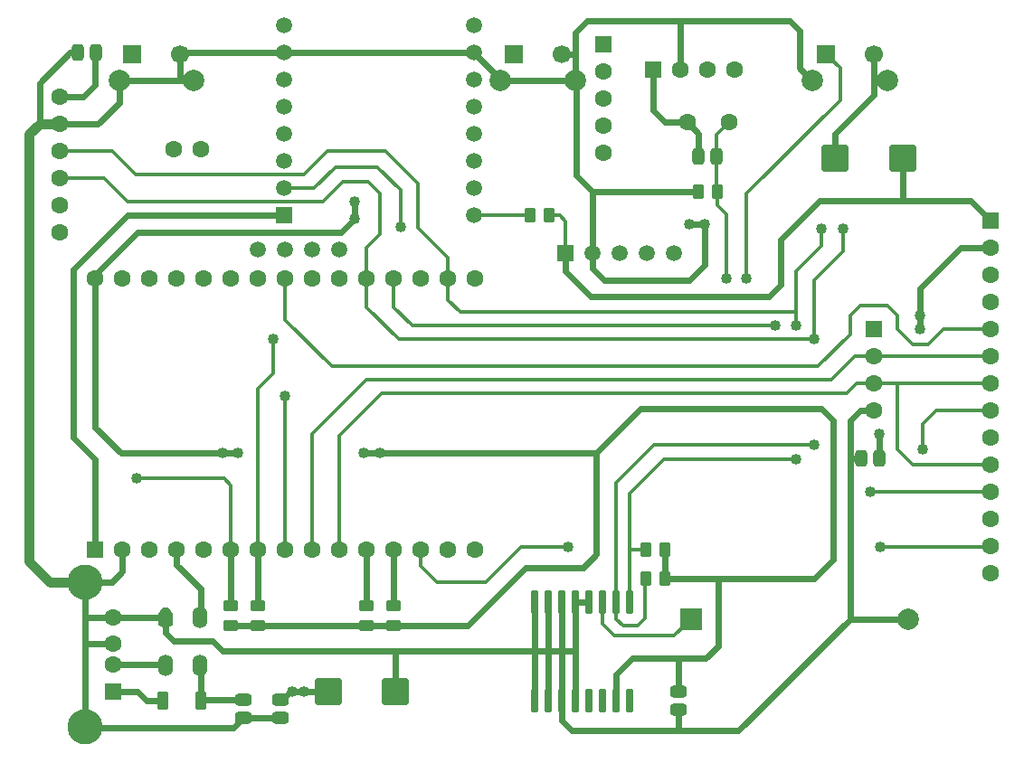
<source format=gbr>
G04 DipTrace 4.2.0.0*
G04 2 - Bottom.gbr*
%MOMM*%
G04 #@! TF.FileFunction,Copper,L2,Bot*
G04 #@! TF.Part,Single*
%AMOUTLINE0*
4,1,28,
-0.305,0.735,
0.305,0.735,
0.3697,0.72648,
0.43,0.70151,
0.48178,0.66178,
0.52151,0.61,
0.54648,0.5497,
0.555,0.485,
0.555,-0.485,
0.54648,-0.5497,
0.52151,-0.61,
0.48178,-0.66178,
0.43,-0.70151,
0.3697,-0.72648,
0.305,-0.735,
-0.305,-0.735,
-0.3697,-0.72648,
-0.43,-0.70151,
-0.48178,-0.66178,
-0.52151,-0.61,
-0.54648,-0.5497,
-0.555,-0.485,
-0.555,0.485,
-0.54648,0.5497,
-0.52151,0.61,
-0.48178,0.66178,
-0.43,0.70151,
-0.3697,0.72648,
-0.305,0.735,
0*%
%AMOUTLINE3*
4,1,28,
0.305,-0.735,
-0.305,-0.735,
-0.3697,-0.72648,
-0.43,-0.70151,
-0.48178,-0.66178,
-0.52151,-0.61,
-0.54648,-0.5497,
-0.555,-0.485,
-0.555,0.485,
-0.54648,0.5497,
-0.52151,0.61,
-0.48178,0.66178,
-0.43,0.70151,
-0.3697,0.72648,
-0.305,0.735,
0.305,0.735,
0.3697,0.72648,
0.43,0.70151,
0.48178,0.66178,
0.52151,0.61,
0.54648,0.5497,
0.555,0.485,
0.555,-0.485,
0.54648,-0.5497,
0.52151,-0.61,
0.48178,-0.66178,
0.43,-0.70151,
0.3697,-0.72648,
0.305,-0.735,
0*%
%AMOUTLINE6*
4,1,28,
0.735,0.305,
0.735,-0.305,
0.72648,-0.3697,
0.70151,-0.43,
0.66178,-0.48178,
0.61,-0.52151,
0.5497,-0.54648,
0.485,-0.555,
-0.485,-0.555,
-0.5497,-0.54648,
-0.61,-0.52151,
-0.66178,-0.48178,
-0.70151,-0.43,
-0.72648,-0.3697,
-0.735,-0.305,
-0.735,0.305,
-0.72648,0.3697,
-0.70151,0.43,
-0.66178,0.48178,
-0.61,0.52151,
-0.5497,0.54648,
-0.485,0.555,
0.485,0.555,
0.5497,0.54648,
0.61,0.52151,
0.66178,0.48178,
0.70151,0.43,
0.72648,0.3697,
0.735,0.305,
0*%
%AMOUTLINE9*
4,1,28,
-0.735,-0.305,
-0.735,0.305,
-0.72648,0.3697,
-0.70151,0.43,
-0.66178,0.48178,
-0.61,0.52151,
-0.5497,0.54648,
-0.485,0.555,
0.485,0.555,
0.5497,0.54648,
0.61,0.52151,
0.66178,0.48178,
0.70151,0.43,
0.72648,0.3697,
0.735,0.305,
0.735,-0.305,
0.72648,-0.3697,
0.70151,-0.43,
0.66178,-0.48178,
0.61,-0.52151,
0.5497,-0.54648,
0.485,-0.555,
-0.485,-0.555,
-0.5497,-0.54648,
-0.61,-0.52151,
-0.66178,-0.48178,
-0.70151,-0.43,
-0.72648,-0.3697,
-0.735,-0.305,
0*%
%AMOUTLINE12*
4,1,28,
-1.01,1.265,
1.01,1.265,
1.07471,1.25648,
1.135,1.23151,
1.18678,1.19178,
1.22651,1.14,
1.25148,1.07971,
1.26,1.015,
1.26,-1.015,
1.25148,-1.07971,
1.22651,-1.14,
1.18678,-1.19178,
1.135,-1.23151,
1.07471,-1.25648,
1.01,-1.265,
-1.01,-1.265,
-1.07471,-1.25648,
-1.135,-1.23151,
-1.18678,-1.19178,
-1.22651,-1.14,
-1.25148,-1.07971,
-1.26,-1.015,
-1.26,1.015,
-1.25148,1.07971,
-1.22651,1.14,
-1.18678,1.19178,
-1.135,1.23151,
-1.07471,1.25648,
-1.01,1.265,
0*%
%AMOUTLINE15*
4,1,28,
1.01,-1.265,
-1.01,-1.265,
-1.07471,-1.25648,
-1.135,-1.23151,
-1.18678,-1.19178,
-1.22651,-1.14,
-1.25148,-1.07971,
-1.26,-1.015,
-1.26,1.015,
-1.25148,1.07971,
-1.22651,1.14,
-1.18678,1.19178,
-1.135,1.23151,
-1.07471,1.25648,
-1.01,1.265,
1.01,1.265,
1.07471,1.25648,
1.135,1.23151,
1.18678,1.19178,
1.22651,1.14,
1.25148,1.07971,
1.26,1.015,
1.26,-1.015,
1.25148,-1.07971,
1.22651,-1.14,
1.18678,-1.19178,
1.135,-1.23151,
1.07471,-1.25648,
1.01,-1.265,
0*%
%AMOUTLINE18*
4,1,28,
-0.26,0.87,
0.26,0.87,
0.3247,0.86148,
0.385,0.83651,
0.43678,0.79678,
0.47651,0.745,
0.50148,0.6847,
0.51,0.62,
0.51,-0.62,
0.50148,-0.6847,
0.47651,-0.745,
0.43678,-0.79678,
0.385,-0.83651,
0.3247,-0.86148,
0.26,-0.87,
-0.26,-0.87,
-0.3247,-0.86148,
-0.385,-0.83651,
-0.43678,-0.79678,
-0.47651,-0.745,
-0.50148,-0.6847,
-0.51,-0.62,
-0.51,0.62,
-0.50148,0.6847,
-0.47651,0.745,
-0.43678,0.79678,
-0.385,0.83651,
-0.3247,0.86148,
-0.26,0.87,
0*%
%AMOUTLINE21*
4,1,28,
0.26,-0.87,
-0.26,-0.87,
-0.3247,-0.86148,
-0.385,-0.83651,
-0.43678,-0.79678,
-0.47651,-0.745,
-0.50148,-0.6847,
-0.51,-0.62,
-0.51,0.62,
-0.50148,0.6847,
-0.47651,0.745,
-0.43678,0.79678,
-0.385,0.83651,
-0.3247,0.86148,
-0.26,0.87,
0.26,0.87,
0.3247,0.86148,
0.385,0.83651,
0.43678,0.79678,
0.47651,0.745,
0.50148,0.6847,
0.51,0.62,
0.51,-0.62,
0.50148,-0.6847,
0.47651,-0.745,
0.43678,-0.79678,
0.385,-0.83651,
0.3247,-0.86148,
0.26,-0.87,
0*%
%AMOUTLINE24*
4,1,28,
0.24,-0.71,
-0.24,-0.71,
-0.3047,-0.70148,
-0.365,-0.67651,
-0.41678,-0.63678,
-0.45651,-0.585,
-0.48148,-0.5247,
-0.49,-0.46,
-0.49,0.46,
-0.48148,0.5247,
-0.45651,0.585,
-0.41678,0.63678,
-0.365,0.67651,
-0.3047,0.70148,
-0.24,0.71,
0.24,0.71,
0.3047,0.70148,
0.365,0.67651,
0.41678,0.63678,
0.45651,0.585,
0.48148,0.5247,
0.49,0.46,
0.49,-0.46,
0.48148,-0.5247,
0.45651,-0.585,
0.41678,-0.63678,
0.365,-0.67651,
0.3047,-0.70148,
0.24,-0.71,
0*%
%AMOUTLINE27*
4,1,28,
-0.24,0.71,
0.24,0.71,
0.3047,0.70148,
0.365,0.67651,
0.41678,0.63678,
0.45651,0.585,
0.48148,0.5247,
0.49,0.46,
0.49,-0.46,
0.48148,-0.5247,
0.45651,-0.585,
0.41678,-0.63678,
0.365,-0.67651,
0.3047,-0.70148,
0.24,-0.71,
-0.24,-0.71,
-0.3047,-0.70148,
-0.365,-0.67651,
-0.41678,-0.63678,
-0.45651,-0.585,
-0.48148,-0.5247,
-0.49,-0.46,
-0.49,0.46,
-0.48148,0.5247,
-0.45651,0.585,
-0.41678,0.63678,
-0.365,0.67651,
-0.3047,0.70148,
-0.24,0.71,
0*%
%AMOUTLINE30*
4,1,28,
0.71,0.24,
0.71,-0.24,
0.70148,-0.3047,
0.67651,-0.365,
0.63678,-0.41678,
0.585,-0.45651,
0.5247,-0.48148,
0.46,-0.49,
-0.46,-0.49,
-0.5247,-0.48148,
-0.585,-0.45651,
-0.63678,-0.41678,
-0.67651,-0.365,
-0.70148,-0.3047,
-0.71,-0.24,
-0.71,0.24,
-0.70148,0.3047,
-0.67651,0.365,
-0.63678,0.41678,
-0.585,0.45651,
-0.5247,0.48148,
-0.46,0.49,
0.46,0.49,
0.5247,0.48148,
0.585,0.45651,
0.63678,0.41678,
0.67651,0.365,
0.70148,0.3047,
0.71,0.24,
0*%
%AMOUTLINE33*
4,1,28,
-0.71,-0.24,
-0.71,0.24,
-0.70148,0.3047,
-0.67651,0.365,
-0.63678,0.41678,
-0.585,0.45651,
-0.5247,0.48148,
-0.46,0.49,
0.46,0.49,
0.5247,0.48148,
0.585,0.45651,
0.63678,0.41678,
0.67651,0.365,
0.70148,0.3047,
0.71,0.24,
0.71,-0.24,
0.70148,-0.3047,
0.67651,-0.365,
0.63678,-0.41678,
0.585,-0.45651,
0.5247,-0.48148,
0.46,-0.49,
-0.46,-0.49,
-0.5247,-0.48148,
-0.585,-0.45651,
-0.63678,-0.41678,
-0.67651,-0.365,
-0.70148,-0.3047,
-0.71,-0.24,
0*%
%AMOUTLINE36*
4,1,28,
-0.165,1.075,
0.165,1.075,
0.20641,1.06955,
0.245,1.05356,
0.27814,1.02814,
0.30356,0.995,
0.31955,0.95641,
0.325,0.915,
0.325,-0.915,
0.31955,-0.95641,
0.30356,-0.995,
0.27814,-1.02814,
0.245,-1.05356,
0.20641,-1.06955,
0.165,-1.075,
-0.165,-1.075,
-0.20641,-1.06955,
-0.245,-1.05356,
-0.27814,-1.02814,
-0.30356,-0.995,
-0.31955,-0.95641,
-0.325,-0.915,
-0.325,0.915,
-0.31955,0.95641,
-0.30356,0.995,
-0.27814,1.02814,
-0.245,1.05356,
-0.20641,1.06955,
-0.165,1.075,
0*%
%AMOUTLINE39*
4,1,28,
0.165,-1.075,
-0.165,-1.075,
-0.20641,-1.06955,
-0.245,-1.05356,
-0.27814,-1.02814,
-0.30356,-0.995,
-0.31955,-0.95641,
-0.325,-0.915,
-0.325,0.915,
-0.31955,0.95641,
-0.30356,0.995,
-0.27814,1.02814,
-0.245,1.05356,
-0.20641,1.06955,
-0.165,1.075,
0.165,1.075,
0.20641,1.06955,
0.245,1.05356,
0.27814,1.02814,
0.30356,0.995,
0.31955,0.95641,
0.325,0.915,
0.325,-0.915,
0.31955,-0.95641,
0.30356,-0.995,
0.27814,-1.02814,
0.245,-1.05356,
0.20641,-1.06955,
0.165,-1.075,
0*%
%AMOUTLINE42*
4,1,8,
-0.26787,-0.92387,
0.26787,-0.92387,
0.64197,-0.75057,
0.6467,0.3827,
0.26787,0.92387,
-0.26787,0.92387,
-0.6467,0.3827,
-0.64197,-0.73637,
-0.26787,-0.92387,
0*%
G04 #@! TA.AperFunction,Conductor*
%ADD13C,0.6*%
%ADD14C,0.33*%
%ADD15C,0.9*%
G04 #@! TA.AperFunction,ComponentPad*
%ADD16C,2.0*%
%ADD17R,2.0X2.0*%
%ADD18C,1.5*%
%ADD19R,1.6X1.6*%
%ADD20C,1.6*%
%ADD21C,1.7*%
%ADD22R,1.7X1.7*%
%ADD23C,2.0*%
%ADD24C,1.5*%
%ADD25R,1.5X1.5*%
%ADD26O,1.4X2.0*%
G04 #@! TA.AperFunction,ComponentPad*
%ADD27C,3.3*%
G04 #@! TA.AperFunction,ViaPad*
%ADD28C,1.016*%
%ADD57OUTLINE0*%
%ADD60OUTLINE3*%
%ADD63OUTLINE6*%
%ADD66OUTLINE9*%
%ADD69OUTLINE12*%
%ADD72OUTLINE15*%
%ADD75OUTLINE18*%
%ADD78OUTLINE21*%
%ADD81OUTLINE24*%
%ADD84OUTLINE27*%
%ADD87OUTLINE30*%
%ADD90OUTLINE33*%
%ADD93OUTLINE36*%
%ADD96OUTLINE39*%
%ADD99OUTLINE42*%
%FSLAX35Y35*%
G04*
G71*
G90*
G75*
G01*
G04 Bottom*
%LPD*%
X2476497Y2206623D2*
D13*
Y1677000D1*
X2476500D1*
X2619373Y4175123D2*
D14*
Y3853873D1*
X2476497Y3710997D1*
Y2206623D1*
X4492623Y5333997D2*
X4493523Y5334897D1*
X5023220D1*
X9334500Y4270373D2*
X8889997D1*
X8747123Y4127500D1*
X8601747D1*
X8461373Y4267873D1*
Y4397373D1*
X8366123Y4492623D1*
X8112123D1*
X8016873Y4397373D1*
Y4222747D1*
X7715250Y3921123D1*
X3168123D1*
X2730497Y4358750D1*
Y4746623D1*
X3746497Y2206623D2*
D13*
Y1677000D1*
X3746500D1*
X7048497Y4746623D2*
D14*
Y5540370D1*
X7921623Y6413497D1*
Y6717873D1*
X7791873Y6847623D1*
X3492497Y2206623D2*
D13*
Y1677000D1*
D14*
X3492500D1*
X2222500D2*
D13*
Y2206623D1*
D14*
X2222497D1*
X1335247Y2873373D2*
X2158997D1*
X2222497Y2809873D1*
Y2206623D1*
X9334500Y3508373D2*
X8826497D1*
X8699500Y3381377D1*
Y3143247D1*
X2714623Y5587997D2*
X2717583Y5590957D1*
X2999743D1*
X3199410Y5790627D1*
X3592413D1*
X3807937Y5575100D1*
Y5229787D1*
X1117123Y873073D2*
D13*
X1349423D1*
X1428747Y793750D1*
X1586623D1*
Y793747D1*
X2714623Y5333997D2*
X1254123D1*
X746123Y4825997D1*
Y3254373D1*
X952497Y3048000D1*
Y2206623D1*
X3129873Y873123D2*
X2905123D1*
X2794000D1*
X8292373Y3063873D2*
X8286750Y3069497D1*
Y3286123D1*
X2682873Y799373D2*
X2704373D1*
X2778123Y873123D1*
X2794000D1*
X1606793Y1570010D2*
X1605230Y1571573D1*
X1117123D1*
X856123Y542373D2*
X858750Y539747D1*
X2243997D1*
X2333623Y629373D1*
X856123Y1902373D2*
X1108623D1*
X1206497Y2000247D1*
Y2206623D1*
X856123Y1902373D2*
Y1571573D1*
Y1327673D1*
Y542373D1*
X1117123Y1327673D2*
X856123D1*
X1117123Y1571573D2*
X856123D1*
X5572123Y1714623D2*
X5445123D1*
Y793623D2*
Y1254123D1*
Y1714623D1*
X5318123D2*
Y1260573D1*
Y793623D1*
X5191123D2*
Y1259027D1*
Y1275200D1*
Y1714623D1*
X5064123D2*
Y1254123D1*
Y793623D1*
Y1254123D2*
X5445123D1*
X5603873Y4984750D2*
Y4841873D1*
X5715000Y4730747D1*
X6508747D1*
X6651623Y4873623D1*
Y5254623D1*
X5318123Y793623D2*
Y603250D1*
X5413373Y508000D1*
X6413497D1*
X6969127D1*
X8016877Y1555750D1*
X8556623D1*
X8239123Y3508373D2*
X8112123D1*
X8016877Y3413127D1*
Y3063873D1*
Y1555750D1*
X5064123Y1254123D2*
X3759873D1*
X2143123D1*
X2047873Y1349373D1*
X1682747D1*
X1606793Y1425327D1*
Y1570010D1*
X9334500Y5032373D2*
X9048743D1*
X8667747Y4651377D1*
Y4397373D1*
X1748997Y6847623D2*
X1759370Y6857997D1*
X1873997D1*
X2714623D1*
X4492623D1*
X1173997Y6597623D2*
Y6389777D1*
X975467Y6191247D1*
X619123D1*
X4492623Y6857997D2*
X4745873Y6604747D1*
Y6597623D1*
X5320873Y6847623D2*
X5445123D1*
Y7048437D1*
X5552133Y7155447D1*
X6429373D1*
X7449550D1*
X7540623Y7064373D1*
Y6715123D1*
X7658123Y6597623D1*
X7666873D1*
X5603873Y4984750D2*
Y5556247D1*
X6593870D1*
X3759873Y873123D2*
Y1254123D1*
X8122373Y3063873D2*
X8016877D1*
X2682873Y629373D2*
X2333623D1*
X7876500Y5873747D2*
Y6098500D1*
X8241873Y6463873D1*
Y6847623D1*
X6413497Y708747D2*
Y508000D1*
X788123Y6858000D2*
X714377D1*
X428623Y6572247D1*
Y6191247D1*
X619123D1*
X8667747Y4270373D2*
Y4397373D1*
X6508750Y5254623D2*
X6651623D1*
X619123Y6191247D2*
D15*
X428623D1*
X333373Y6095997D1*
Y2095497D1*
X526497Y1902373D1*
X856123D1*
X5191123Y793623D2*
D14*
D3*
X5318123D2*
D3*
X5064123Y1254123D2*
X5191123Y1259027D1*
Y1275200D2*
X5205750Y1260573D1*
X5318123D1*
X5445123Y1254123D1*
X6429373Y6699250D2*
D13*
Y7155447D1*
X5445873Y6597623D2*
X5445123Y6847623D1*
X1173997Y6597623D2*
X1748997D1*
X1873997D1*
X1748997Y6847623D2*
Y6597623D1*
X4745873D2*
X5445873D1*
X5451493Y6592003D1*
Y5708627D1*
X5603873Y5556247D1*
X5349873Y4984750D2*
Y4810123D1*
X5587997Y4572000D1*
X7254873D1*
X7365997Y4683123D1*
Y5111747D1*
X7731123Y5476873D1*
X8506497D1*
X9144000D1*
X9334500Y5286373D1*
X6280750Y2206623D2*
Y1936750D1*
X6280747D1*
X5826123Y793623D2*
Y1038377D1*
X5978370Y1190623D1*
X6413497D1*
X6667500D1*
X6778623Y1301747D1*
Y1936750D1*
X6280747D1*
X2476500Y1498000D2*
Y1492250D1*
X3492500D1*
Y1498000D1*
Y1492247D2*
X3746500D1*
Y1498000D1*
X6492873Y6207123D2*
X6598373Y6101623D1*
Y5889623D1*
X6492873Y6207123D2*
X6286503D1*
X6175373Y6318253D1*
Y6699250D1*
X2222500Y1498000D2*
Y1492247D1*
X2476500D1*
X952497Y4746623D2*
Y3349627D1*
X1190623Y3111500D1*
X2140747D1*
X952497Y4746623D2*
Y4778367D1*
X1349377Y5175247D1*
X3254370D1*
X3381370Y5302247D1*
X8506500Y5873747D2*
X8506497Y5476873D1*
X6413497Y878747D2*
Y1190623D1*
X958123Y6858000D2*
X952497Y6852373D1*
Y6556370D1*
X841373Y6445247D1*
X619125D1*
X3613623Y3111500D2*
X5643347D1*
Y2158783D1*
X5517090Y2032527D1*
X4980533D1*
X4440253Y1492247D1*
X3746500D1*
X3381370Y5302247D2*
Y5461000D1*
X3381377D1*
X2140747Y3111500D2*
X2283623D1*
X3466623D2*
X3613623D1*
X5643347D2*
X6056093Y3524247D1*
X7747000D1*
X7858123Y3413123D1*
Y2111373D1*
X7683500Y1936750D1*
X6778623D1*
X5202220Y5334897D2*
D14*
X5297177D1*
X5349873Y5282200D1*
Y4984750D1*
X1932123Y1121123D2*
D13*
X1937623Y1115623D1*
Y793747D1*
X1943250Y799373D1*
X2333623D1*
X6524623Y1555750D2*
D14*
X6365873Y1397000D1*
X5810247D1*
X5699123Y1508123D1*
Y1714623D1*
X6772870Y5556247D2*
X6768373Y5560743D1*
Y5889623D1*
X6881873Y6207123D2*
X6768373Y6093623D1*
Y5889623D1*
X6858000Y4746623D2*
Y5349870D1*
X6772870Y5435000D1*
Y5556247D1*
X1932123Y1570010D2*
D13*
X1936747Y1574633D1*
Y1841500D1*
X1714497Y2063750D1*
Y2206623D1*
X9334500Y4016373D2*
D14*
X8239123D1*
X8064500D1*
X7842250Y3794123D1*
X3492500D1*
X2984497Y3286120D1*
Y2206623D1*
X619123Y5937247D2*
X1111250D1*
X1333500Y5714997D1*
X2905123D1*
X3127377Y5937250D1*
X3667120D1*
X3968747Y5635623D1*
Y5222877D1*
X4254497Y4937127D1*
Y4746623D1*
Y4540400D1*
X4365773Y4429123D1*
X7508873D1*
Y4302123D1*
Y3047997D2*
X6270623D1*
X5953123Y2730497D1*
Y2206623D1*
Y1714623D1*
X6101750Y2206623D2*
X5953123D1*
X7508873Y4302123D2*
Y4810120D1*
X7747000Y5048247D1*
Y5207000D1*
X619123Y5683247D2*
X1031873D1*
X1254120Y5461000D1*
X3079750D1*
X3270250Y5651500D1*
X3508370D1*
X3619497Y5540373D1*
Y5159370D1*
X3492497Y5032370D1*
Y4746623D1*
Y4476750D1*
X3794123Y4175123D1*
X7683500D1*
X7683497Y3190873D2*
X6182000D1*
X5826123Y2834997D1*
Y1714623D1*
Y1555747D1*
X5889623Y1492247D1*
X6025990D1*
X6095997Y1562253D1*
Y1931000D1*
X6101747Y1936750D1*
X7683500Y4175123D2*
Y4730750D1*
X7953373Y5000623D1*
Y5207000D1*
X2730497Y2206623D2*
Y3641873D1*
X2727373D1*
X3746497Y4746623D2*
Y4476750D1*
X3921123Y4302123D1*
X7318373D1*
X8207373Y2746373D2*
X9334500D1*
Y2238373D2*
X9330033Y2233907D1*
X8301810D1*
X4000497Y2206623D2*
Y2052617D1*
X4149417Y1903697D1*
X4605857D1*
X4934240Y2232077D1*
X5378673D1*
X9334500Y3762373D2*
X8461373D1*
X8239123D1*
X8080373D1*
X7985123Y3667123D1*
X3635373D1*
X3238497Y3270247D1*
Y2206623D1*
X9334500Y3000373D2*
X8604250D1*
X8461373Y3143250D1*
Y3762373D1*
X1612123Y1121123D2*
D13*
X1606173Y1127073D1*
X1117123D1*
D28*
X2727373Y3641873D3*
X8699500Y3143247D3*
X7318373Y4302123D3*
X8301810Y2233907D3*
X8207373Y2746373D3*
X5378673Y2232077D3*
X3807937Y5229787D3*
X7508873Y4302123D3*
X7683500Y4175123D3*
X7508873Y3047997D3*
X7683497Y3190873D3*
X6651623Y5254623D3*
X8667747Y4397373D3*
X2619373Y4175123D3*
X7747000Y5207000D3*
X7953373D3*
X6858000Y4746623D3*
X1335247Y2873373D3*
X2140747Y3111500D3*
X3613623D3*
X3381370Y5302247D3*
X7048497Y4746623D3*
X2905123Y873123D3*
X2794000D3*
X8286750Y3286123D3*
X3381377Y5461000D3*
X2283623Y3111500D3*
X3466623D3*
X8667747Y4270373D3*
X6508750Y5254623D3*
D16*
X8556623Y1555750D3*
D17*
X6524623D3*
D57*
X6768373Y5889623D3*
D60*
X6598373D3*
D63*
X2333623Y629373D3*
D66*
Y799373D3*
D57*
X958123Y6858000D3*
D60*
X788123D3*
D66*
X6413497Y878747D3*
D63*
Y708747D3*
D66*
X2682873Y799373D3*
D63*
Y629373D3*
D57*
X8292373Y3063873D3*
D60*
X8122373D3*
D69*
X8506500Y5873747D3*
D72*
X7876500D3*
X3129873Y873123D3*
D69*
X3759873D3*
D75*
X1937623Y793747D3*
D78*
X1586623D3*
D18*
X2476497Y5016500D3*
D19*
X5708750Y6938713D3*
D18*
X2730497Y5016500D3*
D20*
X5708750Y6684713D3*
D18*
X2984497Y5016497D3*
D20*
X5708750Y6430713D3*
D18*
X3238500Y5016500D3*
D20*
X5708750Y6176713D3*
Y5922713D3*
D81*
X5023220Y5334897D3*
D84*
X5202220D3*
X6772870Y5556247D3*
D81*
X6593870D3*
D20*
X6881873Y6207123D3*
X6492873D3*
D87*
X3746500Y1498000D3*
D90*
Y1677000D3*
D87*
X3492500Y1498000D3*
D90*
Y1677000D3*
D87*
X2476500Y1498000D3*
D90*
Y1677000D3*
D81*
X6101750Y2206623D3*
D84*
X6280750D3*
X6280747Y1936750D3*
D81*
X6101747D3*
D90*
X2222500Y1677000D3*
D87*
Y1498000D3*
D21*
X8241873Y6847623D3*
D22*
X7791873D3*
D23*
X8366873Y6597623D3*
X7666873D3*
D21*
X1748997Y6847623D3*
D22*
X1298997D3*
D23*
X1873997Y6597623D3*
X1173997D3*
D21*
X5320873Y6847623D3*
D22*
X4870873D3*
D23*
X5445873Y6597623D3*
X4745873D3*
D20*
X1936750Y5953123D3*
X1682750D3*
X4508497Y4746623D3*
X4254497D3*
X4000497D3*
X3746497D3*
X3492497D3*
X3238497D3*
X2984497D3*
X2730497D3*
X2476497D3*
X2222497D3*
X1968497D3*
X1714497D3*
X1460497D3*
X1206497D3*
X952497D3*
X4508497Y2206623D3*
X4254497D3*
X4000497D3*
X3746497D3*
X3492497D3*
X3238497D3*
X2984497D3*
X2730497D3*
X2476497D3*
X2222497D3*
X1968497D3*
X1714497D3*
X1460497D3*
X1206497D3*
D19*
X952497D3*
D24*
X5857873Y4984750D3*
X6111873D3*
X6365873D3*
X5603873D3*
D25*
X5349873D3*
X2714623Y5333997D3*
D24*
Y5587997D3*
Y5841997D3*
Y6095997D3*
Y6349997D3*
Y6603997D3*
Y6857997D3*
Y7111997D3*
X4492623D3*
Y6857997D3*
Y6603997D3*
Y6349997D3*
Y6095997D3*
Y5841997D3*
Y5587997D3*
Y5333997D3*
D93*
X5953123Y793623D3*
X5826123D3*
X5699123D3*
X5572123D3*
X5445123D3*
X5318123D3*
X5191123D3*
X5064123D3*
D96*
Y1714623D3*
X5191123D3*
X5318123D3*
X5445123D3*
X5572123D3*
X5699123D3*
X5826123D3*
X5953123D3*
D20*
X6937373Y6699250D3*
X6683373D3*
X6429373D3*
D19*
X6175373D3*
D99*
X1606793Y1570010D3*
D26*
X1932123D3*
X1612123Y1121123D3*
X1932123D3*
D20*
X8239123Y4016373D3*
Y3762373D3*
Y3508373D3*
D19*
Y4270373D3*
X9334500Y5286373D3*
D20*
Y5032373D3*
Y4778373D3*
Y4524373D3*
Y4270373D3*
Y4016373D3*
Y3762373D3*
Y3508373D3*
Y3254373D3*
Y3000373D3*
Y2746373D3*
Y2492373D3*
Y2238373D3*
Y1984373D3*
X1117123Y1327673D3*
Y1571573D3*
Y1127073D3*
D19*
Y873073D3*
D27*
X856123Y1902373D3*
Y542373D3*
D20*
X619125Y6445247D3*
Y6191247D3*
Y5937247D3*
Y5683247D3*
Y5429247D3*
Y5175247D3*
M02*

</source>
